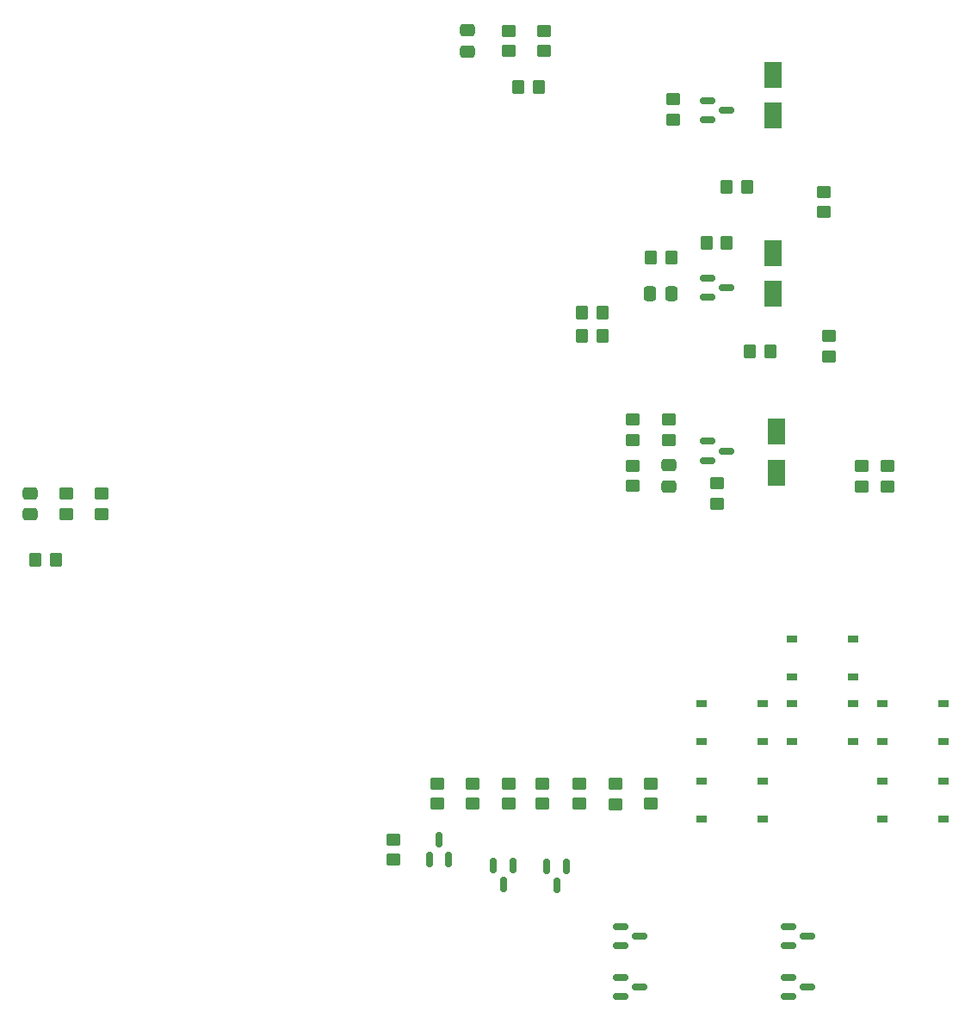
<source format=gbr>
%TF.GenerationSoftware,KiCad,Pcbnew,6.0.11-2627ca5db0~126~ubuntu22.04.1*%
%TF.CreationDate,2023-02-25T17:34:07+01:00*%
%TF.ProjectId,pyroDirector,7079726f-4469-4726-9563-746f722e6b69,rev?*%
%TF.SameCoordinates,Original*%
%TF.FileFunction,Paste,Top*%
%TF.FilePolarity,Positive*%
%FSLAX46Y46*%
G04 Gerber Fmt 4.6, Leading zero omitted, Abs format (unit mm)*
G04 Created by KiCad (PCBNEW 6.0.11-2627ca5db0~126~ubuntu22.04.1) date 2023-02-25 17:34:07*
%MOMM*%
%LPD*%
G01*
G04 APERTURE LIST*
G04 Aperture macros list*
%AMRoundRect*
0 Rectangle with rounded corners*
0 $1 Rounding radius*
0 $2 $3 $4 $5 $6 $7 $8 $9 X,Y pos of 4 corners*
0 Add a 4 corners polygon primitive as box body*
4,1,4,$2,$3,$4,$5,$6,$7,$8,$9,$2,$3,0*
0 Add four circle primitives for the rounded corners*
1,1,$1+$1,$2,$3*
1,1,$1+$1,$4,$5*
1,1,$1+$1,$6,$7*
1,1,$1+$1,$8,$9*
0 Add four rect primitives between the rounded corners*
20,1,$1+$1,$2,$3,$4,$5,0*
20,1,$1+$1,$4,$5,$6,$7,0*
20,1,$1+$1,$6,$7,$8,$9,0*
20,1,$1+$1,$8,$9,$2,$3,0*%
G04 Aperture macros list end*
%ADD10R,1.000000X0.750000*%
%ADD11RoundRect,0.250000X0.450000X-0.350000X0.450000X0.350000X-0.450000X0.350000X-0.450000X-0.350000X0*%
%ADD12RoundRect,0.250000X-0.450000X0.350000X-0.450000X-0.350000X0.450000X-0.350000X0.450000X0.350000X0*%
%ADD13RoundRect,0.250000X-0.350000X-0.450000X0.350000X-0.450000X0.350000X0.450000X-0.350000X0.450000X0*%
%ADD14RoundRect,0.150000X-0.587500X-0.150000X0.587500X-0.150000X0.587500X0.150000X-0.587500X0.150000X0*%
%ADD15RoundRect,0.150000X0.150000X-0.587500X0.150000X0.587500X-0.150000X0.587500X-0.150000X-0.587500X0*%
%ADD16RoundRect,0.250000X-0.337500X-0.475000X0.337500X-0.475000X0.337500X0.475000X-0.337500X0.475000X0*%
%ADD17RoundRect,0.250000X-0.475000X0.337500X-0.475000X-0.337500X0.475000X-0.337500X0.475000X0.337500X0*%
%ADD18RoundRect,0.250000X0.350000X0.450000X-0.350000X0.450000X-0.350000X-0.450000X0.350000X-0.450000X0*%
%ADD19RoundRect,0.150000X-0.150000X0.587500X-0.150000X-0.587500X0.150000X-0.587500X0.150000X0.587500X0*%
%ADD20R,1.800000X2.500000*%
G04 APERTURE END LIST*
D10*
%TO.C,S5*%
X182780000Y-111125000D03*
X188780000Y-111125000D03*
X182780000Y-114875000D03*
X188780000Y-114875000D03*
%TD*%
D11*
%TO.C,R4*%
X134662500Y-126500000D03*
X134662500Y-124500000D03*
%TD*%
D12*
%TO.C,R30*%
X149500000Y-45000000D03*
X149500000Y-47000000D03*
%TD*%
D13*
%TO.C,R13*%
X165500000Y-65820000D03*
X167500000Y-65820000D03*
%TD*%
D14*
%TO.C,Q8*%
X165562500Y-69300000D03*
X165562500Y-71200000D03*
X167437500Y-70250000D03*
%TD*%
D11*
%TO.C,R8*%
X146000000Y-121000000D03*
X146000000Y-119000000D03*
%TD*%
%TO.C,R5*%
X139000000Y-121000000D03*
X139000000Y-119000000D03*
%TD*%
D15*
%TO.C,Q1*%
X138212500Y-126437500D03*
X140112500Y-126437500D03*
X139162500Y-124562500D03*
%TD*%
D12*
%TO.C,R3*%
X102500000Y-90500000D03*
X102500000Y-92500000D03*
%TD*%
D13*
%TO.C,R16*%
X153250000Y-75000000D03*
X155250000Y-75000000D03*
%TD*%
D14*
%TO.C,Q7*%
X173562500Y-138050000D03*
X173562500Y-139950000D03*
X175437500Y-139000000D03*
%TD*%
D11*
%TO.C,R28*%
X146000000Y-47000000D03*
X146000000Y-45000000D03*
%TD*%
D13*
%TO.C,R1*%
X99500000Y-97000000D03*
X101500000Y-97000000D03*
%TD*%
D11*
%TO.C,R12*%
X160000000Y-121000000D03*
X160000000Y-119000000D03*
%TD*%
D16*
%TO.C,C2*%
X159962500Y-70820000D03*
X162037500Y-70820000D03*
%TD*%
D17*
%TO.C,C3*%
X161750000Y-87712500D03*
X161750000Y-89787500D03*
%TD*%
%TO.C,C1*%
X99000000Y-90462500D03*
X99000000Y-92537500D03*
%TD*%
D12*
%TO.C,R7*%
X142500000Y-119000000D03*
X142500000Y-121000000D03*
%TD*%
%TO.C,R20*%
X161750000Y-83250000D03*
X161750000Y-85250000D03*
%TD*%
D14*
%TO.C,Q12*%
X165562500Y-51870000D03*
X165562500Y-53770000D03*
X167437500Y-52820000D03*
%TD*%
D17*
%TO.C,C4*%
X142000000Y-44962500D03*
X142000000Y-47037500D03*
%TD*%
D13*
%TO.C,R18*%
X160000000Y-67320000D03*
X162000000Y-67320000D03*
%TD*%
D11*
%TO.C,R21*%
X180750000Y-89820000D03*
X180750000Y-87820000D03*
%TD*%
D18*
%TO.C,R14*%
X155250000Y-72750000D03*
X153250000Y-72750000D03*
%TD*%
D11*
%TO.C,R22*%
X158250000Y-85250000D03*
X158250000Y-83250000D03*
%TD*%
D14*
%TO.C,Q10*%
X165562500Y-85370000D03*
X165562500Y-87270000D03*
X167437500Y-86320000D03*
%TD*%
D19*
%TO.C,Q3*%
X146450000Y-127062500D03*
X144550000Y-127062500D03*
X145500000Y-128937500D03*
%TD*%
%TO.C,Q2*%
X151700000Y-127125000D03*
X149800000Y-127125000D03*
X150750000Y-129000000D03*
%TD*%
D18*
%TO.C,R26*%
X149000000Y-50500000D03*
X147000000Y-50500000D03*
%TD*%
D20*
%TO.C,D2*%
X172388820Y-84432800D03*
X172388820Y-88432800D03*
%TD*%
D12*
%TO.C,R17*%
X177500000Y-75000000D03*
X177500000Y-77000000D03*
%TD*%
%TO.C,R24*%
X158250000Y-87750000D03*
X158250000Y-89750000D03*
%TD*%
D13*
%TO.C,R27*%
X167500000Y-60370000D03*
X169500000Y-60370000D03*
%TD*%
D14*
%TO.C,Q5*%
X157062500Y-138050000D03*
X157062500Y-139950000D03*
X158937500Y-139000000D03*
%TD*%
D10*
%TO.C,S3*%
X173890000Y-104775000D03*
X179890000Y-104775000D03*
X173890000Y-108525000D03*
X179890000Y-108525000D03*
%TD*%
D11*
%TO.C,R25*%
X162250000Y-53750000D03*
X162250000Y-51750000D03*
%TD*%
D10*
%TO.C,S1*%
X165000000Y-118745000D03*
X171000000Y-118745000D03*
X165000000Y-122495000D03*
X171000000Y-122495000D03*
%TD*%
%TO.C,S6*%
X182780000Y-118745000D03*
X188780000Y-118745000D03*
X182780000Y-122495000D03*
X188780000Y-122495000D03*
%TD*%
D12*
%TO.C,R11*%
X156500000Y-119050000D03*
X156500000Y-121050000D03*
%TD*%
%TO.C,R9*%
X149375000Y-119000000D03*
X149375000Y-121000000D03*
%TD*%
D10*
%TO.C,S2*%
X173890000Y-111125000D03*
X179890000Y-111125000D03*
X173890000Y-114875000D03*
X179890000Y-114875000D03*
%TD*%
D20*
%TO.C,D1*%
X172000000Y-66830000D03*
X172000000Y-70830000D03*
%TD*%
D10*
%TO.C,S4*%
X165000000Y-111125000D03*
X171000000Y-111125000D03*
X165000000Y-114875000D03*
X171000000Y-114875000D03*
%TD*%
D11*
%TO.C,R10*%
X153000000Y-121000000D03*
X153000000Y-119000000D03*
%TD*%
D20*
%TO.C,D3*%
X172000000Y-49320000D03*
X172000000Y-53320000D03*
%TD*%
D12*
%TO.C,R23*%
X183250000Y-87820000D03*
X183250000Y-89820000D03*
%TD*%
D14*
%TO.C,Q4*%
X157062500Y-133050000D03*
X157062500Y-134950000D03*
X158937500Y-134000000D03*
%TD*%
D11*
%TO.C,R19*%
X166500000Y-91500000D03*
X166500000Y-89500000D03*
%TD*%
D14*
%TO.C,Q6*%
X173562500Y-133050000D03*
X173562500Y-134950000D03*
X175437500Y-134000000D03*
%TD*%
D11*
%TO.C,R2*%
X106000000Y-92500000D03*
X106000000Y-90500000D03*
%TD*%
D13*
%TO.C,R15*%
X169750000Y-76500000D03*
X171750000Y-76500000D03*
%TD*%
D12*
%TO.C,R29*%
X177000000Y-60820000D03*
X177000000Y-62820000D03*
%TD*%
M02*

</source>
